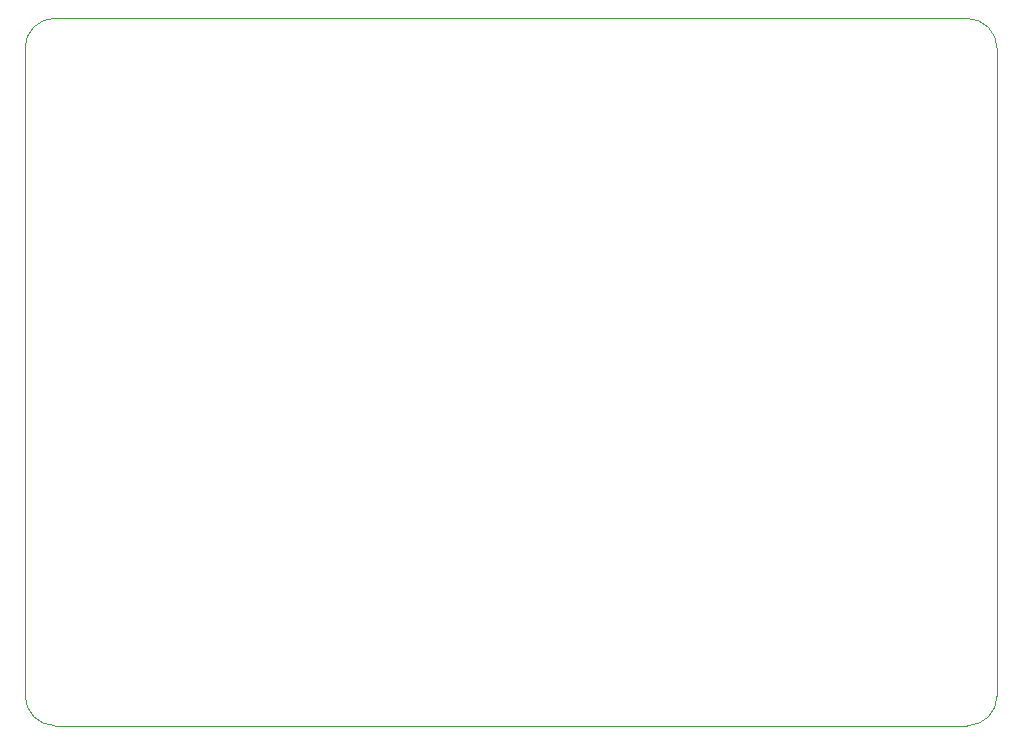
<source format=gbr>
%TF.GenerationSoftware,KiCad,Pcbnew,7.0.1-0*%
%TF.CreationDate,2024-01-28T22:02:15-07:00*%
%TF.ProjectId,biju_saturn_lamp,62696a75-5f73-4617-9475-726e5f6c616d,rev?*%
%TF.SameCoordinates,Original*%
%TF.FileFunction,Profile,NP*%
%FSLAX46Y46*%
G04 Gerber Fmt 4.6, Leading zero omitted, Abs format (unit mm)*
G04 Created by KiCad (PCBNEW 7.0.1-0) date 2024-01-28 22:02:15*
%MOMM*%
%LPD*%
G01*
G04 APERTURE LIST*
%TA.AperFunction,Profile*%
%ADD10C,0.100000*%
%TD*%
G04 APERTURE END LIST*
D10*
X236220000Y-81280000D02*
G75*
G03*
X233680000Y-78740000I-2540000J0D01*
G01*
X236220000Y-136078949D02*
X236220000Y-134620000D01*
X233680000Y-138618900D02*
G75*
G03*
X236220000Y-136078949I0J2540000D01*
G01*
X156471051Y-138618949D02*
X233680000Y-138618949D01*
X236220000Y-81280000D02*
X236220000Y-134620000D01*
X153931051Y-136078949D02*
X153910000Y-81265000D01*
X156450000Y-78725000D02*
G75*
G03*
X153910000Y-81265000I0J-2540000D01*
G01*
X156450000Y-78725000D02*
X233680000Y-78740000D01*
X153931051Y-136078949D02*
G75*
G03*
X156471051Y-138618949I2540049J49D01*
G01*
M02*

</source>
